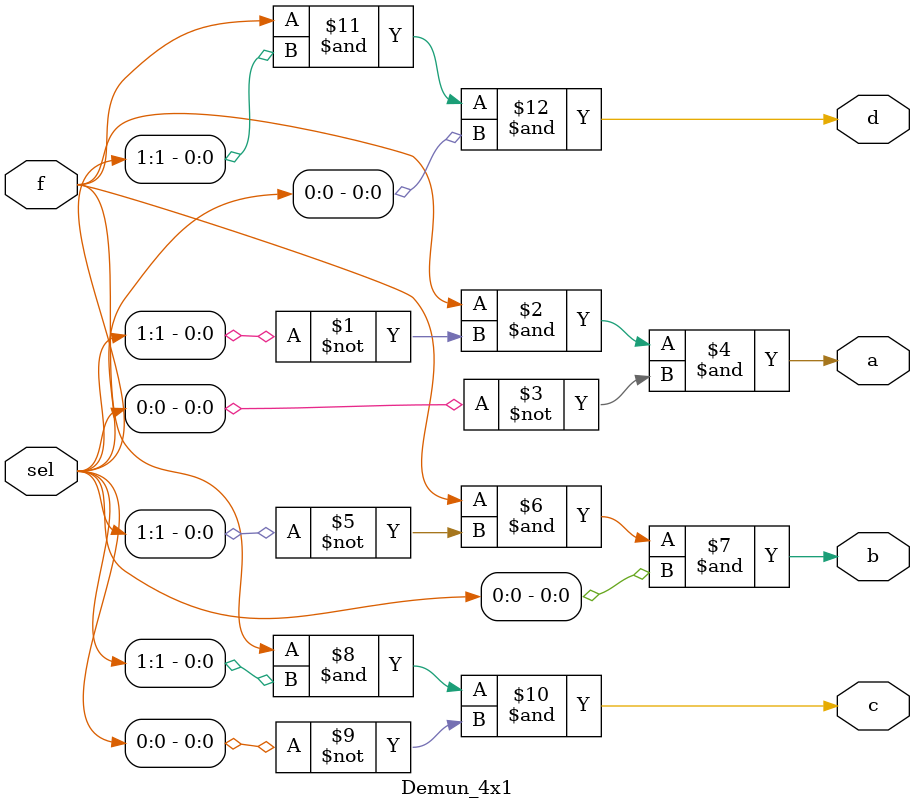
<source format=v>
`timescale 1ns / 1ps
module Demun_4x1(input f, input [1:0] sel, output a, b, c, d);

assign a = f & ~sel[1] & ~sel[0];
assign b = f & ~sel[1] & sel[0];
assign c = f & sel[1] & ~sel[0];
assign d = f & sel[1] & sel[0];



endmodule

</source>
